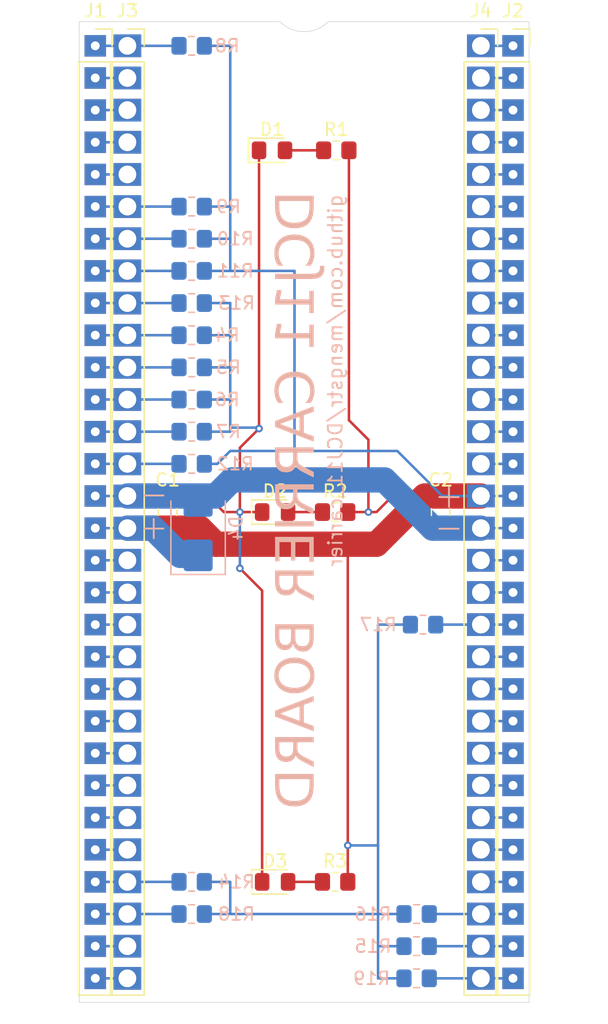
<source format=kicad_pcb>
(kicad_pcb (version 20240108) (generator "pcbnew") (generator_version "8.0")
  (layers (0 "F.Cu" signal) (31 "B.Cu" signal) (34 "B.Paste" user) (35 "F.Paste" user) (36 "B.SilkS" user "B.Silkscreen") (37 "F.SilkS" user "F.Silkscreen") (38 "B.Mask" user) (39 "F.Mask" user) (44 "Edge.Cuts" user))
  (net 0 "")
  (net 1 "Net-(J1-Pin_23)")
  (net 2 "Net-(J1-Pin_25)")
  (net 3 "Net-(J1-Pin_24)")
  (net 4 "Net-(J1-Pin_14)")
  (net 5 "Net-(J1-Pin_29)")
  (net 6 "Net-(J1-Pin_6)")
  (net 7 "Net-(J1-Pin_7)")
  (net 8 "Net-(J1-Pin_11)")
  (net 9 "Net-(J1-Pin_22)")
  (net 10 "Net-(J1-Pin_19)")
  (net 11 "Net-(J1-Pin_21)")
  (net 12 "Net-(J1-Pin_13)")
  (net 13 "Net-(J1-Pin_2)")
  (net 14 "Net-(J1-Pin_20)")
  (net 15 "Net-(J1-Pin_10)")
  (net 16 "Net-(J1-Pin_30)")
  (net 17 "Net-(J1-Pin_26)")
  (net 18 "Net-(J1-Pin_9)")
  (net 19 "Net-(J1-Pin_12)")
  (net 20 "Net-(J1-Pin_28)")
  (net 21 "Net-(J1-Pin_1)")
  (net 22 "Net-(J1-Pin_4)")
  (net 23 "Net-(J1-Pin_17)")
  (net 24 "Net-(J1-Pin_27)")
  (net 25 "Net-(J1-Pin_8)")
  (net 26 "Net-(J1-Pin_5)")
  (net 27 "Net-(J1-Pin_18)")
  (net 28 "Net-(J1-Pin_3)")
  (net 29 "Net-(J2-Pin_5)")
  (net 30 "Net-(J2-Pin_11)")
  (net 31 "Net-(J2-Pin_23)")
  (net 32 "Net-(J2-Pin_26)")
  (net 33 "Net-(J2-Pin_30)")
  (net 34 "Net-(J2-Pin_9)")
  (net 35 "Net-(J2-Pin_22)")
  (net 36 "Net-(J2-Pin_27)")
  (net 37 "Net-(J2-Pin_1)")
  (net 38 "Net-(J2-Pin_14)")
  (net 39 "Net-(J2-Pin_7)")
  (net 40 "Net-(J2-Pin_3)")
  (net 41 "Net-(J2-Pin_21)")
  (net 42 "Net-(J2-Pin_24)")
  (net 43 "Net-(J2-Pin_12)")
  (net 44 "Net-(J2-Pin_6)")
  (net 45 "Net-(J2-Pin_28)")
  (net 46 "Net-(J2-Pin_2)")
  (net 47 "Net-(J2-Pin_13)")
  (net 48 "Net-(J2-Pin_4)")
  (net 49 "Net-(J2-Pin_25)")
  (net 50 "Net-(J2-Pin_29)")
  (net 51 "Net-(J2-Pin_19)")
  (net 52 "Net-(J2-Pin_20)")
  (net 53 "Net-(J2-Pin_18)")
  (net 54 "Net-(J2-Pin_10)")
  (net 55 "Net-(J2-Pin_8)")
  (net 56 "GND")
  (net 57 "Net-(D1-A)")
  (net 58 "Net-(D2-A)")
  (net 59 "Net-(D3-A)")
  (net 60 "VCC")
  (net 61 "Net-(J2-Pin_17)")
  (footprint "Resistor_SMD:R_0805_2012Metric_Pad1.20x1.40mm_HandSolder" (layer "F.Cu") (at 138.34 119.38)
    (property "Reference" "R3" (at 0 -1.65 0) (layer "F.SilkS"))
    (property "Value" "R")
    (pad "1" smd roundrect (at -1 0) (size 1.2 1.4) (layers "F.Cu" "F.Paste" "F.Mask") (roundrect_rratio 0.208333) (net 59 "Net-(D3-A)"))
    (pad "2" smd roundrect (at 1 0) (size 1.2 1.4) (layers "F.Cu" "F.Paste" "F.Mask") (roundrect_rratio 0.208333) (net 60 "VCC"))
  )
  (footprint "LED_SMD:LED_0805_2012Metric_Pad1.15x1.40mm_HandSolder" (layer "F.Cu") (at 133.595 90.17)
    (property "Reference" "D2" (at 0 -1.65 0) (layer "F.SilkS"))
    (property "Value" "LED")
    (pad "1" smd roundrect (at -1.025 0) (size 1.15 1.4) (layers "F.Cu" "F.Paste" "F.Mask") (roundrect_rratio 0.217391) (net 56 "GND"))
    (pad "2" smd roundrect (at 1.025 0) (size 1.15 1.4) (layers "F.Cu" "F.Paste" "F.Mask") (roundrect_rratio 0.217391) (net 58 "Net-(D2-A)"))
  )
  (footprint "Resistor_SMD:R_0805_2012Metric_Pad1.20x1.40mm_HandSolder" (layer "F.Cu") (at 138.34 90.17)
    (property "Reference" "R2" (at 0 -1.65 0) (layer "F.SilkS"))
    (property "Value" "R")
    (pad "1" smd roundrect (at -1 0) (size 1.2 1.4) (layers "F.Cu" "F.Paste" "F.Mask") (roundrect_rratio 0.208333) (net 58 "Net-(D2-A)"))
    (pad "2" smd roundrect (at 1 0) (size 1.2 1.4) (layers "F.Cu" "F.Paste" "F.Mask") (roundrect_rratio 0.208333) (net 60 "VCC"))
  )
  (footprint "Connector_PinSocket_2.54mm:PinSocket_1x30_P2.54mm_Vertical" (layer "F.Cu") (at 119.38 53.34)
    (property "Reference" "J1" (at 0 -2.77 0) (layer "F.SilkS"))
    (property "Value" "Conn_01x30_Socket")
    (pad "1" thru_hole rect (at 0 0) (size 1.7 1.7) (drill 0.7) (layers "*.Cu" "*.Mask") (net 21 "Net-(J1-Pin_1)"))
    (pad "2" thru_hole rect (at 0 2.54) (size 1.7 1.7) (drill 0.7) (layers "*.Cu" "*.Mask") (net 13 "Net-(J1-Pin_2)"))
    (pad "3" thru_hole rect (at 0 5.08) (size 1.7 1.7) (drill 0.7) (layers "*.Cu" "*.Mask") (net 28 "Net-(J1-Pin_3)"))
    (pad "4" thru_hole rect (at 0 7.62) (size 1.7 1.7) (drill 0.7) (layers "*.Cu" "*.Mask") (net 22 "Net-(J1-Pin_4)"))
    (pad "5" thru_hole rect (at 0 10.16) (size 1.7 1.7) (drill 0.7) (layers "*.Cu" "*.Mask") (net 26 "Net-(J1-Pin_5)"))
    (pad "6" thru_hole rect (at 0 12.7) (size 1.7 1.7) (drill 0.7) (layers "*.Cu" "*.Mask") (net 6 "Net-(J1-Pin_6)"))
    (pad "7" thru_hole rect (at 0 15.24) (size 1.7 1.7) (drill 0.7) (layers "*.Cu" "*.Mask") (net 7 "Net-(J1-Pin_7)"))
    (pad "8" thru_hole rect (at 0 17.78) (size 1.7 1.7) (drill 0.7) (layers "*.Cu" "*.Mask") (net 25 "Net-(J1-Pin_8)"))
    (pad "9" thru_hole rect (at 0 20.32) (size 1.7 1.7) (drill 0.7) (layers "*.Cu" "*.Mask") (net 18 "Net-(J1-Pin_9)"))
    (pad "10" thru_hole rect (at 0 22.86) (size 1.7 1.7) (drill 0.7) (layers "*.Cu" "*.Mask") (net 15 "Net-(J1-Pin_10)"))
    (pad "11" thru_hole rect (at 0 25.4) (size 1.7 1.7) (drill 0.7) (layers "*.Cu" "*.Mask") (net 8 "Net-(J1-Pin_11)"))
    (pad "12" thru_hole rect (at 0 27.94) (size 1.7 1.7) (drill 0.7) (layers "*.Cu" "*.Mask") (net 19 "Net-(J1-Pin_12)"))
    (pad "13" thru_hole rect (at 0 30.48) (size 1.7 1.7) (drill 0.7) (layers "*.Cu" "*.Mask") (net 12 "Net-(J1-Pin_13)"))
    (pad "14" thru_hole rect (at 0 33.02) (size 1.7 1.7) (drill 0.7) (layers "*.Cu" "*.Mask") (net 4 "Net-(J1-Pin_14)"))
    (pad "15" thru_hole rect (at 0 35.56) (size 1.7 1.7) (drill 0.7) (layers "*.Cu" "*.Mask") (net 56 "GND"))
    (pad "16" thru_hole rect (at 0 38.1) (size 1.7 1.7) (drill 0.7) (layers "*.Cu" "*.Mask") (net 60 "VCC"))
    (pad "17" thru_hole rect (at 0 40.64) (size 1.7 1.7) (drill 0.7) (layers "*.Cu" "*.Mask") (net 23 "Net-(J1-Pin_17)"))
    (pad "18" thru_hole rect (at 0 43.18) (size 1.7 1.7) (drill 0.7) (layers "*.Cu" "*.Mask") (net 27 "Net-(J1-Pin_18)"))
    (pad "19" thru_hole rect (at 0 45.72) (size 1.7 1.7) (drill 0.7) (layers "*.Cu" "*.Mask") (net 10 "Net-(J1-Pin_19)"))
    (pad "20" thru_hole rect (at 0 48.26) (size 1.7 1.7) (drill 0.7) (layers "*.Cu" "*.Mask") (net 14 "Net-(J1-Pin_20)"))
    (pad "21" thru_hole rect (at 0 50.8) (size 1.7 1.7) (drill 0.7) (layers "*.Cu" "*.Mask") (net 11 "Net-(J1-Pin_21)"))
    (pad "22" thru_hole rect (at 0 53.34) (size 1.7 1.7) (drill 0.7) (layers "*.Cu" "*.Mask") (net 9 "Net-(J1-Pin_22)"))
    (pad "23" thru_hole rect (at 0 55.88) (size 1.7 1.7) (drill 0.7) (layers "*.Cu" "*.Mask") (net 1 "Net-(J1-Pin_23)"))
    (pad "24" thru_hole rect (at 0 58.42) (size 1.7 1.7) (drill 0.7) (layers "*.Cu" "*.Mask") (net 3 "Net-(J1-Pin_24)"))
    (pad "25" thru_hole rect (at 0 60.96) (size 1.7 1.7) (drill 0.7) (layers "*.Cu" "*.Mask") (net 2 "Net-(J1-Pin_25)"))
    (pad "26" thru_hole rect (at 0 63.5) (size 1.7 1.7) (drill 0.7) (layers "*.Cu" "*.Mask") (net 17 "Net-(J1-Pin_26)"))
    (pad "27" thru_hole rect (at 0 66.04) (size 1.7 1.7) (drill 0.7) (layers "*.Cu" "*.Mask") (net 24 "Net-(J1-Pin_27)"))
    (pad "28" thru_hole rect (at 0 68.58) (size 1.7 1.7) (drill 0.7) (layers "*.Cu" "*.Mask") (net 20 "Net-(J1-Pin_28)"))
    (pad "29" thru_hole rect (at 0 71.12) (size 1.7 1.7) (drill 0.7) (layers "*.Cu" "*.Mask") (net 5 "Net-(J1-Pin_29)"))
    (pad "30" thru_hole rect (at 0 73.66) (size 1.7 1.7) (drill 0.7) (layers "*.Cu" "*.Mask") (net 16 "Net-(J1-Pin_30)"))
  )
  (footprint "LED_SMD:LED_0805_2012Metric_Pad1.15x1.40mm_HandSolder" (layer "F.Cu") (at 133.35 61.595)
    (property "Reference" "D1" (at 0 -1.65 0) (layer "F.SilkS"))
    (property "Value" "LED")
    (pad "1" smd roundrect (at -1.025 0) (size 1.15 1.4) (layers "F.Cu" "F.Paste" "F.Mask") (roundrect_rratio 0.217391) (net 56 "GND"))
    (pad "2" smd roundrect (at 1.025 0) (size 1.15 1.4) (layers "F.Cu" "F.Paste" "F.Mask") (roundrect_rratio 0.217391) (net 57 "Net-(D1-A)"))
  )
  (footprint "Capacitor_SMD:C_0805_2012Metric_Pad1.18x1.45mm_HandSolder" (layer "F.Cu") (at 146.685 90.17 -90)
    (property "Reference" "C2" (at -2.54 0 180) (layer "F.SilkS"))
    (property "Value" "C")
    (pad "1" smd roundrect (at -1.0375 0 270) (size 1.175 1.45) (layers "F.Cu" "F.Paste" "F.Mask") (roundrect_rratio 0.212766) (net 60 "VCC"))
    (pad "2" smd roundrect (at 1.0375 0 270) (size 1.175 1.45) (layers "F.Cu" "F.Paste" "F.Mask") (roundrect_rratio 0.212766) (net 56 "GND"))
  )
  (footprint "LED_SMD:LED_0805_2012Metric_Pad1.15x1.40mm_HandSolder" (layer "F.Cu") (at 133.595 119.38)
    (property "Reference" "D3" (at 0 -1.65 0) (layer "F.SilkS"))
    (property "Value" "LED")
    (pad "1" smd roundrect (at -1.025 0) (size 1.15 1.4) (layers "F.Cu" "F.Paste" "F.Mask") (roundrect_rratio 0.217391) (net 56 "GND"))
    (pad "2" smd roundrect (at 1.025 0) (size 1.15 1.4) (layers "F.Cu" "F.Paste" "F.Mask") (roundrect_rratio 0.217391) (net 59 "Net-(D3-A)"))
  )
  (footprint "Connector_PinSocket_2.54mm:PinSocket_1x30_P2.54mm_Vertical" (layer "F.Cu") (at 152.4 53.34)
    (property "Reference" "J2" (at 0 -2.77 0) (layer "F.SilkS"))
    (property "Value" "Conn_01x30_Socket")
    (pad "1" thru_hole rect (at 0 0) (size 1.7 1.7) (drill 0.7) (layers "*.Cu" "*.Mask") (net 37 "Net-(J2-Pin_1)"))
    (pad "2" thru_hole rect (at 0 2.54) (size 1.7 1.7) (drill 0.7) (layers "*.Cu" "*.Mask") (net 46 "Net-(J2-Pin_2)"))
    (pad "3" thru_hole rect (at 0 5.08) (size 1.7 1.7) (drill 0.7) (layers "*.Cu" "*.Mask") (net 40 "Net-(J2-Pin_3)"))
    (pad "4" thru_hole rect (at 0 7.62) (size 1.7 1.7) (drill 0.7) (layers "*.Cu" "*.Mask") (net 48 "Net-(J2-Pin_4)"))
    (pad "5" thru_hole rect (at 0 10.16) (size 1.7 1.7) (drill 0.7) (layers "*.Cu" "*.Mask") (net 29 "Net-(J2-Pin_5)"))
    (pad "6" thru_hole rect (at 0 12.7) (size 1.7 1.7) (drill 0.7) (layers "*.Cu" "*.Mask") (net 44 "Net-(J2-Pin_6)"))
    (pad "7" thru_hole rect (at 0 15.24) (size 1.7 1.7) (drill 0.7) (layers "*.Cu" "*.Mask") (net 39 "Net-(J2-Pin_7)"))
    (pad "8" thru_hole rect (at 0 17.78) (size 1.7 1.7) (drill 0.7) (layers "*.Cu" "*.Mask") (net 55 "Net-(J2-Pin_8)"))
    (pad "9" thru_hole rect (at 0 20.32) (size 1.7 1.7) (drill 0.7) (layers "*.Cu" "*.Mask") (net 34 "Net-(J2-Pin_9)"))
    (pad "10" thru_hole rect (at 0 22.86) (size 1.7 1.7) (drill 0.7) (layers "*.Cu" "*.Mask") (net 54 "Net-(J2-Pin_10)"))
    (pad "11" thru_hole rect (at 0 25.4) (size 1.7 1.7) (drill 0.7) (layers "*.Cu" "*.Mask") (net 30 "Net-(J2-Pin_11)"))
    (pad "12" thru_hole rect (at 0 27.94) (size 1.7 1.7) (drill 0.7) (layers "*.Cu" "*.Mask") (net 43 "Net-(J2-Pin_12)"))
    (pad "13" thru_hole rect (at 0 30.48) (size 1.7 1.7) (drill 0.7) (layers "*.Cu" "*.Mask") (net 47 "Net-(J2-Pin_13)"))
    (pad "14" thru_hole rect (at 0 33.02) (size 1.7 1.7) (drill 0.7) (layers "*.Cu" "*.Mask") (net 38 "Net-(J2-Pin_14)"))
    (pad "15" thru_hole rect (at 0 35.56) (size 1.7 1.7) (drill 0.7) (layers "*.Cu" "*.Mask") (net 60 "VCC"))
    (pad "16" thru_hole rect (at 0 38.1) (size 1.7 1.7) (drill 0.7) (layers "*.Cu" "*.Mask") (net 56 "GND"))
    (pad "17" thru_hole rect (at 0 40.64) (size 1.7 1.7) (drill 0.7) (layers "*.Cu" "*.Mask") (net 61 "Net-(J2-Pin_17)"))
    (pad "18" thru_hole rect (at 0 43.18) (size 1.7 1.7) (drill 0.7) (layers "*.Cu" "*.Mask") (net 53 "Net-(J2-Pin_18)"))
    (pad "19" thru_hole rect (at 0 45.72) (size 1.7 1.7) (drill 0.7) (layers "*.Cu" "*.Mask") (net 51 "Net-(J2-Pin_19)"))
    (pad "20" thru_hole rect (at 0 48.26) (size 1.7 1.7) (drill 0.7) (layers "*.Cu" "*.Mask") (net 52 "Net-(J2-Pin_20)"))
    (pad "21" thru_hole rect (at 0 50.8) (size 1.7 1.7) (drill 0.7) (layers "*.Cu" "*.Mask") (net 41 "Net-(J2-Pin_21)"))
    (pad "22" thru_hole rect (at 0 53.34) (size 1.7 1.7) (drill 0.7) (layers "*.Cu" "*.Mask") (net 35 "Net-(J2-Pin_22)"))
    (pad "23" thru_hole rect (at 0 55.88) (size 1.7 1.7) (drill 0.7) (layers "*.Cu" "*.Mask") (net 31 "Net-(J2-Pin_23)"))
    (pad "24" thru_hole rect (at 0 58.42) (size 1.7 1.7) (drill 0.7) (layers "*.Cu" "*.Mask") (net 42 "Net-(J2-Pin_24)"))
    (pad "25" thru_hole rect (at 0 60.96) (size 1.7 1.7) (drill 0.7) (layers "*.Cu" "*.Mask") (net 49 "Net-(J2-Pin_25)"))
    (pad "26" thru_hole rect (at 0 63.5) (size 1.7 1.7) (drill 0.7) (layers "*.Cu" "*.Mask") (net 32 "Net-(J2-Pin_26)"))
    (pad "27" thru_hole rect (at 0 66.04) (size 1.7 1.7) (drill 0.7) (layers "*.Cu" "*.Mask") (net 36 "Net-(J2-Pin_27)"))
    (pad "28" thru_hole rect (at 0 68.58) (size 1.7 1.7) (drill 0.7) (layers "*.Cu" "*.Mask") (net 45 "Net-(J2-Pin_28)"))
    (pad "29" thru_hole rect (at 0 71.12) (size 1.7 1.7) (drill 0.7) (layers "*.Cu" "*.Mask") (net 50 "Net-(J2-Pin_29)"))
    (pad "30" thru_hole rect (at 0 73.66) (size 1.7 1.7) (drill 0.7) (layers "*.Cu" "*.Mask") (net 33 "Net-(J2-Pin_30)"))
  )
  (footprint "Connector_PinSocket_2.54mm:PinSocket_1x30_P2.54mm_Vertical" (layer "F.Cu") (at 149.86 53.34)
    (property "Reference" "J4" (at 0 -2.77 0) (layer "F.SilkS"))
    (property "Value" "Conn_01x30_Socket" (hide yes))
    (pad "1" thru_hole rect (at 0 0) (size 2.2 1.8) (drill 1.4) (layers "*.Cu" "*.Mask") (net 37 "Net-(J2-Pin_1)"))
    (pad "2" thru_hole rect (at 0 2.54) (size 2.2 1.8) (drill 1.4) (layers "*.Cu" "*.Mask") (net 46 "Net-(J2-Pin_2)"))
    (pad "3" thru_hole rect (at 0 5.08) (size 2.2 1.8) (drill 1.4) (layers "*.Cu" "*.Mask") (net 40 "Net-(J2-Pin_3)"))
    (pad "4" thru_hole rect (at 0 7.62) (size 2.2 1.8) (drill 1.4) (layers "*.Cu" "*.Mask") (net 48 "Net-(J2-Pin_4)"))
    (pad "5" thru_hole rect (at 0 10.16) (size 2.2 1.8) (drill 1.4) (layers "*.Cu" "*.Mask") (net 29 "Net-(J2-Pin_5)"))
    (pad "6" thru_hole rect (at 0 12.7) (size 2.2 1.8) (drill 1.4) (layers "*.Cu" "*.Mask") (net 44 "Net-(J2-Pin_6)"))
    (pad "7" thru_hole rect (at 0 15.24) (size 2.2 1.8) (drill 1.4) (layers "*.Cu" "*.Mask") (net 39 "Net-(J2-Pin_7)"))
    (pad "8" thru_hole rect (at 0 17.78) (size 2.2 1.8) (drill 1.4) (layers "*.Cu" "*.Mask") (net 55 "Net-(J2-Pin_8)"))
    (pad "9" thru_hole rect (at 0 20.32) (size 2.2 1.8) (drill 1.4) (layers "*.Cu" "*.Mask") (net 34 "Net-(J2-Pin_9)"))
    (pad "10" thru_hole rect (at 0 22.86) (size 2.2 1.8) (drill 1.4) (layers "*.Cu" "*.Mask") (net 54 "Net-(J2-Pin_10)"))
    (pad "11" thru_hole rect (at 0 25.4) (size 2.2 1.8) (drill 1.4) (layers "*.Cu" "*.Mask") (net 30 "Net-(J2-Pin_11)"))
    (pad "12" thru_hole rect (at 0 27.94) (size 2.2 1.8) (drill 1.4) (layers "*.Cu" "*.Mask") (net 43 "Net-(J2-Pin_12)"))
    (pad "13" thru_hole rect (at 0 30.48) (size 2.2 1.8) (drill 1.4) (layers "*.Cu" "*.Mask") (net 47 "Net-(J2-Pin_13)"))
    (pad "14" thru_hole rect (at 0 33.02) (size 2.2 1.8) (drill 1.4) (layers "*.Cu" "*.Mask") (net 38 "Net-(J2-Pin_14)"))
    (pad "15" thru_hole rect (at 0 35.56) (size 2.2 1.8) (drill 1.4) (layers "*.Cu" "*.Mask") (net 60 "VCC"))
    (pad "16" thru_hole rect (at 0 38.1) (size 2.2 1.8) (drill 1.4) (layers "*.Cu" "*.Mask") (net 56 "GND"))
    (pad "17" thru_hole rect (at 0 40.64) (size 2.2 1.8) (drill 1.4) (layers "*.Cu" "*.Mask") (net 61 "Net-(J2-Pin_17)"))
    (pad "18" thru_hole rect (at 0 43.18) (size 2.2 1.8) (drill 1.4) (layers "*.Cu" "*.Mask") (net 53 "Net-(J2-Pin_18)"))
    (pad "19" thru_hole rect (at 0 45.72) (size 2.2 1.8) (drill 1.4) (layers "*.Cu" "*.Mask") (net 51 "Net-(J2-Pin_19)"))
    (pad "20" thru_hole rect (at 0 48.26) (size 2.2 1.8) (drill 1.4) (layers "*.Cu" "*.Mask") (net 52 "Net-(J2-Pin_20)"))
    (pad "21" thru_hole rect (at 0 50.8) (size 2.2 1.8) (drill 1.4) (layers "*.Cu" "*.Mask") (net 41 "Net-(J2-Pin_21)"))
    (pad "22" thru_hole rect (at 0 53.34) (size 2.2 1.8) (drill 1.4) (layers "*.Cu" "*.Mask") (net 35 "Net-(J2-Pin_22)"))
    (pad "23" thru_hole rect (at 0 55.88) (size 2.2 1.8) (drill 1.4) (layers "*.Cu" "*.Mask") (net 31 "Net-(J2-Pin_23)"))
    (pad "24" thru_hole rect (at 0 58.42) (size 2.2 1.8) (drill 1.4) (layers "*.Cu" "*.Mask") (net 42 "Net-(J2-Pin_24)"))
    (pad "25" thru_hole rect (at 0 60.96) (size 2.2 1.8) (drill 1.4) (layers "*.Cu" "*.Mask") (net 49 "Net-(J2-Pin_25)"))
    (pad "26" thru_hole rect (at 0 63.5) (size 2.2 1.8) (drill 1.4) (layers "*.Cu" "*.Mask") (net 32 "Net-(J2-Pin_26)"))
    (pad "27" thru_hole rect (at 0 66.04) (size 2.2 1.8) (drill 1.4) (layers "*.Cu" "*.Mask") (net 36 "Net-(J2-Pin_27)"))
    (pad "28" thru_hole rect (at 0 68.58) (size 2.2 1.8) (drill 1.4) (layers "*.Cu" "*.Mask") (net 45 "Net-(J2-Pin_28)"))
    (pad "29" thru_hole rect (at 0 71.12) (size 2.2 1.8) (drill 1.4) (layers "*.Cu" "*.Mask") (net 50 "Net-(J2-Pin_29)"))
    (pad "30" thru_hole rect (at 0 73.66) (size 2.2 1.8) (drill 1.4) (layers "*.Cu" "*.Mask") (net 33 "Net-(J2-Pin_30)"))
  )
  (footprint "Resistor_SMD:R_0805_2012Metric_Pad1.20x1.40mm_HandSolder" (layer "F.Cu") (at 138.43 61.595)
    (property "Reference" "R1" (at 0 -1.65 0) (layer "F.SilkS"))
    (property "Value" "R")
    (pad "1" smd roundrect (at -1 0) (size 1.2 1.4) (layers "F.Cu" "F.Paste" "F.Mask") (roundrect_rratio 0.208333) (net 57 "Net-(D1-A)"))
    (pad "2" smd roundrect (at 1 0) (size 1.2 1.4) (layers "F.Cu" "F.Paste" "F.Mask") (roundrect_rratio 0.208333) (net 60 "VCC"))
  )
  (footprint "Connector_PinSocket_2.54mm:PinSocket_1x30_P2.54mm_Vertical" (layer "F.Cu") (at 121.92 53.34)
    (property "Reference" "J3" (at 0 -2.77 0) (layer "F.SilkS"))
    (property "Value" "Conn_01x30_Socket" (hide yes))
    (pad "1" thru_hole rect (at 0 0) (size 2.2 1.8) (drill 1.4) (layers "*.Cu" "*.Mask") (net 21 "Net-(J1-Pin_1)"))
    (pad "2" thru_hole rect (at 0 2.54) (size 2.2 1.8) (drill 1.4) (layers "*.Cu" "*.Mask") (net 13 "Net-(J1-Pin_2)"))
    (pad "3" thru_hole rect (at 0 5.08) (size 2.2 1.8) (drill 1.4) (layers "*.Cu" "*.Mask") (net 28 "Net-(J1-Pin_3)"))
    (pad "4" thru_hole rect (at 0 7.62) (size 2.2 1.8) (drill 1.4) (layers "*.Cu" "*.Mask") (net 22 "Net-(J1-Pin_4)"))
    (pad "5" thru_hole rect (at 0 10.16) (size 2.2 1.8) (drill 1.4) (layers "*.Cu" "*.Mask") (net 26 "Net-(J1-Pin_5)"))
    (pad "6" thru_hole rect (at 0 12.7) (size 2.2 1.8) (drill 1.4) (layers "*.Cu" "*.Mask") (net 6 "Net-(J1-Pin_6)"))
    (pad "7" thru_hole rect (at 0 15.24) (size 2.2 1.8) (drill 1.4) (layers "*.Cu" "*.Mask") (net 7 "Net-(J1-Pin_7)"))
    (pad "8" thru_hole rect (at 0 17.78) (size 2.2 1.8) (drill 1.4) (layers "*.Cu" "*.Mask") (net 25 "Net-(J1-Pin_8)"))
    (pad "9" thru_hole rect (at 0 20.32) (size 2.2 1.8) (drill 1.4) (layers "*.Cu" "*.Mask") (net 18 "Net-(J1-Pin_9)"))
    (pad "10" thru_hole rect (at 0 22.86) (size 2.2 1.8) (drill 1.4) (layers "*.Cu" "*.Mask") (net 15 "Net-(J1-Pin_10)"))
    (pad "11" thru_hole rect (at 0 25.4) (size 2.2 1.8) (drill 1.4) (layers "*.Cu" "*.Mask") (net 8 "Net-(J1-Pin_11)"))
    (pad "12" thru_hole rect (at 0 27.94) (size 2.2 1.8) (drill 1.4) (layers "*.Cu" "*.Mask") (net 19 "Net-(J1-Pin_12)"))
    (pad "13" thru_hole rect (at 0 30.48) (size 2.2 1.8) (drill 1.4) (layers "*.Cu" "*.Mask") (net 12 "Net-(J1-Pin_13)"))
    (pad "14" thru_hole rect (at 0 33.02) (size 2.2 1.8) (drill 1.4) (layers "*.Cu" "*.Mask") (net 4 "Net-(J1-Pin_14)"))
    (pad "15" thru_hole rect (at 0 35.56) (size 2.2 1.8) (drill 1.4) (layers "*.Cu" "*.Mask") (net 56 "GND"))
    (pad "16" thru_hole rect (at 0 38.1) (size 2.2 1.8) (drill 1.4) (layers "*.Cu" "*.Mask") (net 60 "VCC"))
    (pad "17" thru_hole rect (at 0 40.64) (size 2.2 1.8) (drill 1.4) (layers "*.Cu" "*.Mask") (net 23 "Net-(J1-Pin_17)"))
    (pad "18" thru_hole rect (at 0 43.18) (size 2.2 1.8) (drill 1.4) (layers "*.Cu" "*.Mask") (net 27 "Net-(J1-Pin_18)"))
    (pad "19" thru_hole rect (at 0 45.72) (size 2.2 1.8) (drill 1.4) (layers "*.Cu" "*.Mask") (net 10 "Net-(J1-Pin_19)"))
    (pad "20" thru_hole rect (at 0 48.26) (size 2.2 1.8) (drill 1.4) (layers "*.Cu" "*.Mask") (net 14 "Net-(J1-Pin_20)"))
    (pad "21" thru_hole rect (at 0 50.8) (size 2.2 1.8) (drill 1.4) (layers "*.Cu" "*.Mask") (net 11 "Net-(J1-Pin_21)"))
    (pad "22" thru_hole rect (at 0 53.34) (size 2.2 1.8) (drill 1.4) (layers "*.Cu" "*.Mask") (net 9 "Net-(J1-Pin_22)"))
    (pad "23" thru_hole rect (at 0 55.88) (size 2.2 1.8) (drill 1.4) (layers "*.Cu" "*.Mask") (net 1 "Net-(J1-Pin_23)"))
    (pad "24" thru_hole rect (at 0 58.42) (size 2.2 1.8) (drill 1.4) (layers "*.Cu" "*.Mask") (net 3 "Net-(J1-Pin_24)"))
    (pad "25" thru_hole rect (at 0 60.96) (size 2.2 1.8) (drill 1.4) (layers "*.Cu" "*.Mask") (net 2 "Net-(J1-Pin_25)"))
    (pad "26" thru_hole rect (at 0 63.5) (size 2.2 1.8) (drill 1.4) (layers "*.Cu" "*.Mask") (net 17 "Net-(J1-Pin_26)"))
    (pad "27" thru_hole rect (at 0 66.04) (size 2.2 1.8) (drill 1.4) (layers "*.Cu" "*.Mask") (net 24 "Net-(J1-Pin_27)"))
    (pad "28" thru_hole rect (at 0 68.58) (size 2.2 1.8) (drill 1.4) (layers "*.Cu" "*.Mask") (net 20 "Net-(J1-Pin_28)"))
    (pad "29" thru_hole rect (at 0 71.12) (size 2.2 1.8) (drill 1.4) (layers "*.Cu" "*.Mask") (net 5 "Net-(J1-Pin_29)"))
    (pad "30" thru_hole rect (at 0 73.66) (size 2.2 1.8) (drill 1.4) (layers "*.Cu" "*.Mask") (net 16 "Net-(J1-Pin_30)"))
  )
  (footprint "Capacitor_SMD:C_0805_2012Metric_Pad1.18x1.45mm_HandSolder" (layer "F.Cu") (at 125.095 90.17 90)
    (property "Reference" "C1" (at 2.54 0 180) (layer "F.SilkS"))
    (property "Value" "C")
    (pad "1" smd roundrect (at -1.0375 0 90) (size 1.175 1.45) (layers "F.Cu" "F.Paste" "F.Mask") (roundrect_rratio 0.212766) (net 60 "VCC"))
    (pad "2" smd roundrect (at 1.0375 0 90) (size 1.175 1.45) (layers "F.Cu" "F.Paste" "F.Mask") (roundrect_rratio 0.212766) (net 56 "GND"))
  )
  (footprint "Diode_SMD:D_SMB" (layer "B.Cu") (at 127.508 91.44 90)
    (property "Reference" "D4" (at 0 3 90) (layer "B.SilkS") (effects (justify mirror)))
    (property "Value" "B220")
    (pad "1" smd roundrect (at -2.15 0 90) (size 2.5 2.3) (layers "B.Cu" "B.Paste" "B.Mask") (roundrect_rratio 0.1086956522) (net 60 "VCC"))
    (pad "2" smd roundrect (at 2.15 0 90) (size 2.5 2.3) (layers "B.Cu" "B.Paste" "B.Mask") (roundrect_rratio 0.1086956522) (net 56 "GND"))
  )
  (footprint "Resistor_SMD:R_0805_2012Metric_Pad1.20x1.40mm_HandSolder" (layer "B.Cu") (at 127 78.74)
    (property "Reference" "R5" (at 2.905 0 0) (layer "B.SilkS") (effects (justify mirror)))
    (property "Value" "R")
    (pad "1" smd roundrect (at -1 0) (size 1.2 1.4) (layers "B.Cu" "B.Paste" "B.Mask") (roundrect_rratio 0.208333) (net 8 "Net-(J1-Pin_11)"))
    (pad "2" smd roundrect (at 1 0) (size 1.2 1.4) (layers "B.Cu" "B.Paste" "B.Mask") (roundrect_rratio 0.208333) (net 56 "GND"))
  )
  (footprint "Resistor_SMD:R_0805_2012Metric_Pad1.20x1.40mm_HandSolder" (layer "B.Cu") (at 127 68.58)
    (property "Reference" "R10" (at 3.445 0 0) (layer "B.SilkS") (effects (justify mirror)))
    (property "Value" "R")
    (pad "1" smd roundrect (at -1 0) (size 1.2 1.4) (layers "B.Cu" "B.Paste" "B.Mask") (roundrect_rratio 0.208333) (net 7 "Net-(J1-Pin_7)"))
    (pad "2" smd roundrect (at 1 0) (size 1.2 1.4) (layers "B.Cu" "B.Paste" "B.Mask") (roundrect_rratio 0.208333) (net 60 "VCC"))
  )
  (footprint "Resistor_SMD:R_0805_2012Metric_Pad1.20x1.40mm_HandSolder" (layer "B.Cu") (at 127 71.12)
    (property "Reference" "R11" (at 3.445 0 0) (layer "B.SilkS") (effects (justify mirror)))
    (property "Value" "R")
    (pad "1" smd roundrect (at -1 0) (size 1.2 1.4) (layers "B.Cu" "B.Paste" "B.Mask") (roundrect_rratio 0.208333) (net 25 "Net-(J1-Pin_8)"))
    (pad "2" smd roundrect (at 1 0) (size 1.2 1.4) (layers "B.Cu" "B.Paste" "B.Mask") (roundrect_rratio 0.208333) (net 60 "VCC"))
  )
  (footprint "Resistor_SMD:R_0805_2012Metric_Pad1.20x1.40mm_HandSolder" (layer "B.Cu") (at 127 86.36)
    (property "Reference" "R12" (at 3.445 0 0) (layer "B.SilkS") (effects (justify mirror)))
    (property "Value" "R")
    (pad "1" smd roundrect (at -1 0) (size 1.2 1.4) (layers "B.Cu" "B.Paste" "B.Mask") (roundrect_rratio 0.208333) (net 4 "Net-(J1-Pin_14)"))
    (pad "2" smd roundrect (at 1 0) (size 1.2 1.4) (layers "B.Cu" "B.Paste" "B.Mask") (roundrect_rratio 0.208333) (net 60 "VCC"))
  )
  (footprint "Resistor_SMD:R_0805_2012Metric_Pad1.20x1.40mm_HandSolder" (layer "B.Cu") (at 144.78 124.46 180)
    (property "Reference" "R15" (at 3.445 0 0) (layer "B.SilkS") (effects (justify mirror)))
    (property "Value" "R")
    (pad "1" smd roundrect (at -1 0 180) (size 1.2 1.4) (layers "B.Cu" "B.Paste" "B.Mask") (roundrect_rratio 0.208333) (net 50 "Net-(J2-Pin_29)"))
    (pad "2" smd roundrect (at 1 0 180) (size 1.2 1.4) (layers "B.Cu" "B.Paste" "B.Mask") (roundrect_rratio 0.208333) (net 60 "VCC"))
  )
  (footprint "Resistor_SMD:R_0805_2012Metric_Pad1.20x1.40mm_HandSolder" (layer "B.Cu") (at 127 53.34)
    (property "Reference" "R8" (at 2.81 0 0) (layer "B.SilkS") (effects (justify mirror)))
    (property "Value" "R")
    (pad "1" smd roundrect (at -1 0) (size 1.2 1.4) (layers "B.Cu" "B.Paste" "B.Mask") (roundrect_rratio 0.208333) (net 21 "Net-(J1-Pin_1)"))
    (pad "2" smd roundrect (at 1 0) (size 1.2 1.4) (layers "B.Cu" "B.Paste" "B.Mask") (roundrect_rratio 0.208333) (net 60 "VCC"))
  )
  (footprint "Resistor_SMD:R_0805_2012Metric_Pad1.20x1.40mm_HandSolder" (layer "B.Cu") (at 127 119.38)
    (property "Reference" "R14" (at 3.54 0 0) (layer "B.SilkS") (effects (justify mirror)))
    (property "Value" "R")
    (pad "1" smd roundrect (at -1 0) (size 1.2 1.4) (layers "B.Cu" "B.Paste" "B.Mask") (roundrect_rratio 0.208333) (net 24 "Net-(J1-Pin_27)"))
    (pad "2" smd roundrect (at 1 0) (size 1.2 1.4) (layers "B.Cu" "B.Paste" "B.Mask") (roundrect_rratio 0.208333) (net 60 "VCC"))
  )
  (footprint "Resistor_SMD:R_0805_2012Metric_Pad1.20x1.40mm_HandSolder" (layer "B.Cu") (at 145.288 99.06 180)
    (property "Reference" "R17" (at 3.54 0 0) (layer "B.SilkS") (effects (justify mirror)))
    (property "Value" "R")
    (pad "1" smd roundrect (at -1 0 180) (size 1.2 1.4) (layers "B.Cu" "B.Paste" "B.Mask") (roundrect_rratio 0.208333) (net 51 "Net-(J2-Pin_19)"))
    (pad "2" smd roundrect (at 1 0 180) (size 1.2 1.4) (layers "B.Cu" "B.Paste" "B.Mask") (roundrect_rratio 0.208333) (net 60 "VCC"))
  )
  (footprint "Resistor_SMD:R_0805_2012Metric_Pad1.20x1.40mm_HandSolder" (layer "B.Cu") (at 127 73.66)
    (property "Reference" "R13" (at 3.54 0 0) (layer "B.SilkS") (effects (justify mirror)))
    (property "Value" "R")
    (pad "1" smd roundrect (at -1 0) (size 1.2 1.4) (layers "B.Cu" "B.Paste" "B.Mask") (roundrect_rratio 0.208333) (net 18 "Net-(J1-Pin_9)"))
    (pad "2" smd roundrect (at 1 0) (size 1.2 1.4) (layers "B.Cu" "B.Paste" "B.Mask") (roundrect_rratio 0.208333) (net 56 "GND"))
  )
  (footprint "Resistor_SMD:R_0805_2012Metric_Pad1.20x1.40mm_HandSolder" (layer "B.Cu") (at 127 81.28)
    (property "Reference" "R6" (at 2.81 0 0) (layer "B.SilkS") (effects (justify mirror)))
    (property "Value" "R")
    (pad "1" smd roundrect (at -1 0) (size 1.2 1.4) (layers "B.Cu" "B.Paste" "B.Mask") (roundrect_rratio 0.208333) (net 19 "Net-(J1-Pin_12)"))
    (pad "2" smd roundrect (at 1 0) (size 1.2 1.4) (layers "B.Cu" "B.Paste" "B.Mask") (roundrect_rratio 0.208333) (net 56 "GND"))
  )
  (footprint "Resistor_SMD:R_0805_2012Metric_Pad1.20x1.40mm_HandSolder" (layer "B.Cu") (at 144.78 127 180)
    (property "Reference" "R19" (at 3.556 0 0) (layer "B.SilkS") (effects (justify mirror)))
    (property "Value" "R")
    (pad "1" smd roundrect (at -1 0 180) (size 1.2 1.4) (layers "B.Cu" "B.Paste" "B.Mask") (roundrect_rratio 0.208333) (net 33 "Net-(J2-Pin_30)"))
    (pad "2" smd roundrect (at 1 0 180) (size 1.2 1.4) (layers "B.Cu" "B.Paste" "B.Mask") (roundrect_rratio 0.208333) (net 60 "VCC"))
  )
  (footprint "Resistor_SMD:R_0805_2012Metric_Pad1.20x1.40mm_HandSolder" (layer "B.Cu") (at 144.78 121.92 180)
    (property "Reference" "R16" (at 3.445 0 0) (layer "B.SilkS") (effects (justify mirror)))
    (property "Value" "R")
    (pad "1" smd roundrect (at -1 0 180) (size 1.2 1.4) (layers "B.Cu" "B.Paste" "B.Mask") (roundrect_rratio 0.208333) (net 45 "Net-(J2-Pin_28)"))
    (pad "2" smd roundrect (at 1 0 180) (size 1.2 1.4) (layers "B.Cu" "B.Paste" "B.Mask") (roundrect_rratio 0.208333) (net 60 "VCC"))
  )
  (footprint "Resistor_SMD:R_0805_2012Metric_Pad1.20x1.40mm_HandSolder" (layer "B.Cu") (at 127 121.92)
    (property "Reference" "R18" (at 3.54 0 0) (layer "B.SilkS") (effects (justify mirror)))
    (property "Value" "R")
    (pad "1" smd roundrect (at -1 0) (size 1.2 1.4) (layers "B.Cu" "B.Paste" "B.Mask") (roundrect_rratio 0.208333) (net 20 "Net-(J1-Pin_28)"))
    (pad "2" smd roundrect (at 1 0) (size 1.2 1.4) (layers "B.Cu" "B.Paste" "B.Mask") (roundrect_rratio 0.208333) (net 60 "VCC"))
  )
  (footprint "Resistor_SMD:R_0805_2012Metric_Pad1.20x1.40mm_HandSolder" (layer "B.Cu") (at 127 76.2)
    (property "Reference" "R4" (at 2.81 0 0) (layer "B.SilkS") (effects (justify mirror)))
    (property "Value" "R")
    (pad "1" smd roundrect (at -1 0) (size 1.2 1.4) (layers "B.Cu" "B.Paste" "B.Mask") (roundrect_rratio 0.208333) (net 15 "Net-(J1-Pin_10)"))
    (pad "2" smd roundrect (at 1 0) (size 1.2 1.4) (layers "B.Cu" "B.Paste" "B.Mask") (roundrect_rratio 0.208333) (net 56 "GND"))
  )
  (footprint "Resistor_SMD:R_0805_2012Metric_Pad1.20x1.40mm_HandSolder" (layer "B.Cu") (at 127 66.04)
    (property "Reference" "R9" (at 2.905 0 0) (layer "B.SilkS") (effects (justify mirror)))
    (property "Value" "R")
    (pad "1" smd roundrect (at -1 0) (size 1.2 1.4) (layers "B.Cu" "B.Paste" "B.Mask") (roundrect_rratio 0.208333) (net 6 "Net-(J1-Pin_6)"))
    (pad "2" smd roundrect (at 1 0) (size 1.2 1.4) (layers "B.Cu" "B.Paste" "B.Mask") (roundrect_rratio 0.208333) (net 60 "VCC"))
  )
  (footprint "Resistor_SMD:R_0805_2012Metric_Pad1.20x1.40mm_HandSolder" (layer "B.Cu") (at 127 83.82)
    (property "Reference" "R7" (at 2.905 0 0) (layer "B.SilkS") (effects (justify mirror)))
    (property "Value" "R")
    (pad "1" smd roundrect (at -1 0) (size 1.2 1.4) (layers "B.Cu" "B.Paste" "B.Mask") (roundrect_rratio 0.208333) (net 12 "Net-(J1-Pin_13)"))
    (pad "2" smd roundrect (at 1 0) (size 1.2 1.4) (layers "B.Cu" "B.Paste" "B.Mask") (roundrect_rratio 0.208333) (net 56 "GND"))
  )
  (gr_arc (start 137.794999 51.434999) (mid 135.89 52.224075) (end 133.985001 51.434999) (stroke (width 0.05)) (layer "Edge.Cuts"))
  (gr_line (start 153.67 128.905) (end 153.67 51.435) (stroke (width 0.05)) (layer "Edge.Cuts"))
  (gr_line (start 153.67 51.435) (end 137.795 51.435) (stroke (width 0.05)) (layer "Edge.Cuts"))
  (gr_line (start 153.67 128.905) (end 147.955 128.905) (stroke (width 0.05)) (layer "Edge.Cuts"))
  (gr_line (start 118.11 128.905) (end 147.955 128.905) (stroke (width 0.05)) (layer "Edge.Cuts"))
  (gr_line (start 118.11 51.435) (end 118.11 128.905) (stroke (width 0.05)) (layer "Edge.Cuts"))
  (gr_line (start 118.11 51.435) (end 133.985001 51.434999) (stroke (width 0.05)) (layer "Edge.Cuts"))
  (gr_text "-" (at 146 92.5 0) (layer "B.SilkS") (effects (font (size 2 2)) (justify left bottom)))
  (gr_text "github.com/mengstr/DCJ11_carrier" (at 139 65 90) (layer "B.SilkS") (effects (font (size 1.1 1.1)) (justify left bottom mirror)))
  (gr_text "+" (at 122.664824 92.486317 0) (layer "B.SilkS") (effects (font (size 2 2)) (justify left bottom)))
  (gr_text "-" (at 122.664824 89.873187 0) (layer "B.SilkS") (effects (font (size 2 2)) (justify left bottom)))
  (gr_text "+" (at 146 90 0) (layer "B.SilkS") (effects (font (size 2 2)) (justify left bottom)))
  (gr_text "DCJ11 CARRIER BOARD" (at 137.16 64.77 90) (layer "B.SilkS") (effects (font (size 3 3) (thickness 0.375)) (justify left bottom mirror)))
  (segment (start 121.92 109.22) (end 119.38 109.22) (width 0.2) (layer "B.Cu") (net 1))
  (segment (start 121.92 114.3) (end 119.38 114.3) (width 0.2) (layer "B.Cu") (net 2))
  (segment (start 119.38 111.76) (end 121.92 111.76) (width 0.2) (layer "B.Cu") (net 3))
  (segment (start 121.92 86.36) (end 126 86.36) (width 0.2) (layer "B.Cu") (net 4))
  (segment (start 121.92 86.36) (end 119.38 86.36) (width 0.2) (layer "B.Cu") (net 4))
  (segment (start 121.92 124.46) (end 119.38 124.46) (width 0.2) (layer "B.Cu") (net 5))
  (segment (start 121.92 66.04) (end 126 66.04) (width 0.2) (layer "B.Cu") (net 6))
  (segment (start 119.38 66.04) (end 121.92 66.04) (width 0.2) (layer "B.Cu") (net 6))
  (segment (start 121.92 68.58) (end 126 68.58) (width 0.2) (layer "B.Cu") (net 7))
  (segment (start 121.92 68.58) (end 119.38 68.58) (width 0.2) (layer "B.Cu") (net 7))
  (segment (start 121.92 78.74) (end 126 78.74) (width 0.2) (layer "B.Cu") (net 8))
  (segment (start 121.92 78.74) (end 119.38 78.74) (width 0.2) (layer "B.Cu") (net 8))
  (segment (start 119.38 106.68) (end 121.92 106.68) (width 0.2) (layer "B.Cu") (net 9))
  (segment (start 121.92 99.06) (end 119.38 99.06) (width 0.2) (layer "B.Cu") (net 10))
  (segment (start 121.92 104.14) (end 119.38 104.14) (width 0.2) (layer "B.Cu") (net 11))
  (segment (start 121.92 83.82) (end 126 83.82) (width 0.2) (layer "B.Cu") (net 12))
  (segment (start 119.38 83.82) (end 121.92 83.82) (width 0.2) (layer "B.Cu") (net 12))
  (segment (start 119.38 55.88) (end 121.92 55.88) (width 0.2) (layer "B.Cu") (net 13))
  (segment (start 119.38 101.6) (end 121.92 101.6) (width 0.2) (layer "B.Cu") (net 14))
  (segment (start 119.38 76.2) (end 121.92 76.2) (width 0.2) (layer "B.Cu") (net 15))
  (segment (start 121.92 76.2) (end 126 76.2) (width 0.2) (layer "B.Cu") (net 15))
  (segment (start 119.38 127) (end 121.92 127) (width 0.2) (layer "B.Cu") (net 16))
  (segment (start 119.38 116.84) (end 121.92 116.84) (width 0.2) (layer "B.Cu") (net 17))
  (segment (start 121.92 73.66) (end 119.38 73.66) (width 0.2) (layer "B.Cu") (net 18))
  (segment (start 121.92 73.66) (end 126 73.66) (width 0.2) (layer "B.Cu") (net 18))
  (segment (start 119.38 81.28) (end 121.92 81.28) (width 0.2) (layer "B.Cu") (net 19))
  (segment (start 121.92 81.28) (end 126 81.28) (width 0.2) (layer "B.Cu") (net 19))
  (segment (start 119.38 121.92) (end 121.92 121.92) (width 0.2) (layer "B.Cu") (net 20))
  (segment (start 121.92 121.92) (end 126 121.92) (width 0.2) (layer "B.Cu") (net 20))
  (segment (start 119.38 53.34) (end 121.92 53.34) (width 0.2) (layer "B.Cu") (net 21))
  (segment (start 121.92 53.34) (end 126 53.34) (width 0.2) (layer "B.Cu") (net 21))
  (segment (start 119.38 60.96) (end 121.92 60.96) (width 0.2) (layer "B.Cu") (net 22))
  (segment (start 119.38 93.98) (end 121.92 93.98) (width 0.2) (layer "B.Cu") (net 23))
  (segment (start 121.92 119.38) (end 126 119.38) (width 0.2) (layer "B.Cu") (net 24))
  (segment (start 121.92 119.38) (end 119.38 119.38) (width 0.2) (layer "B.Cu") (net 24))
  (segment (start 121.92 71.12) (end 126 71.12) (width 0.2) (layer "B.Cu") (net 25))
  (segment (start 119.38 71.12) (end 121.92 71.12) (width 0.2) (layer "B.Cu") (net 25))
  (segment (start 119.38 63.5) (end 121.92 63.5) (width 0.2) (layer "B.Cu") (net 26))
  (segment (start 121.92 96.52) (end 119.38 96.52) (width 0.2) (layer "B.Cu") (net 27))
  (segment (start 119.38 58.42) (end 121.92 58.42) (width 0.2) (layer "B.Cu") (net 28))
  (segment (start 149.86 63.5) (end 152.4 63.5) (width 0.2) (layer "B.Cu") (net 29))
  (segment (start 152.4 78.74) (end 149.86 78.74) (width 0.2) (layer "B.Cu") (net 30))
  (segment (start 149.86 109.22) (end 152.4 109.22) (width 0.2) (layer "B.Cu") (net 31))
  (segment (start 149.86 116.84) (end 152.4 116.84) (width 0.2) (layer "B.Cu") (net 32))
  (segment (start 145.78 127) (end 149.86 127) (width 0.2) (layer "B.Cu") (net 33))
  (segment (start 149.86 127) (end 152.4 127) (width 0.2) (layer "B.Cu") (net 33))
  (segment (start 152.4 73.66) (end 149.86 73.66) (width 0.2) (layer "B.Cu") (net 34))
  (segment (start 152.4 106.68) (end 149.86 106.68) (width 0.2) (layer "B.Cu") (net 35))
  (segment (start 152.4 119.38) (end 149.86 119.38) (width 0.2) (layer "B.Cu") (net 36))
  (segment (start 149.86 53.34) (end 152.4 53.34) (width 0.2) (layer "B.Cu") (net 37))
  (segment (start 152.4 86.36) (end 149.86 86.36) (width 0.2) (layer "B.Cu") (net 38))
  (segment (start 149.86 68.58) (end 152.4 68.58) (width 0.2) (layer "B.Cu") (net 39))
  (segment (start 149.86 58.42) (end 152.4 58.42) (width 0.2) (layer "B.Cu") (net 40))
  (segment (start 149.86 104.14) (end 152.4 104.14) (width 0.2) (layer "B.Cu") (net 41))
  (segment (start 152.4 111.76) (end 149.86 111.76) (width 0.2) (layer "B.Cu") (net 42))
  (segment (start 149.86 81.28) (end 152.4 81.28) (width 0.2) (layer "B.Cu") (net 43))
  (segment (start 152.4 66.04) (end 149.86 66.04) (width 0.2) (layer "B.Cu") (net 44))
  (segment (start 149.86 121.92) (end 145.78 121.92) (width 0.2) (layer "B.Cu") (net 45))
  (segment (start 149.86 121.92) (end 152.4 121.92) (width 0.2) (layer "B.Cu") (net 45))
  (segment (start 152.4 55.88) (end 149.86 55.88) (width 0.2) (layer "B.Cu") (net 46))
  (segment (start 149.86 83.82) (end 152.4 83.82) (width 0.2) (layer "B.Cu") (net 47))
  (segment (start 152.4 60.96) (end 149.86 60.96) (width 0.2) (layer "B.Cu") (net 48))
  (segment (start 149.86 114.3) (end 152.4 114.3) (width 0.2) (layer "B.Cu") (net 49))
  (segment (start 152.4 124.46) (end 149.86 124.46) (width 0.2) (layer "B.Cu") (net 50))
  (segment (start 149.86 124.46) (end 145.78 124.46) (width 0.2) (layer "B.Cu") (net 50))
  (segment (start 149.86 99.06) (end 146.288 99.06) (width 0.2) (layer "B.Cu") (net 51))
  (segment (start 149.86 99.06) (end 152.4 99.06) (width 0.2) (layer "B.Cu") (net 51))
  (segment (start 152.4 101.6) (end 149.86 101.6) (width 0.2) (layer "B.Cu") (net 52))
  (segment (start 152.4 96.52) (end 149.86 96.52) (width 0.2) (layer "B.Cu") (net 53))
  (segment (start 149.86 76.2) (end 152.4 76.2) (width 0.2) (layer "B.Cu") (net 54))
  (segment (start 149.86 71.12) (end 152.4 71.12) (width 0.2) (layer "B.Cu") (net 55))
  (segment (start 130.81 85.09) (end 130.81 90.17) (width 0.2) (layer "F.Cu") (net 56))
  (segment (start 129.54 90.17) (end 128.5025 89.1325) (width 0.2) (layer "F.Cu") (net 56))
  (segment (start 132.57 119.38) (end 132.57 96.375) (width 0.2) (layer "F.Cu") (net 56))
  (segment (start 146.685 91.2075) (end 149.6275 91.2075) (width 0.5) (layer "F.Cu") (net 56))
  (segment (start 125.095 89.1325) (end 122.1525 89.1325) (width 0.5) (layer "F.Cu") (net 56))
  (segment (start 122.1525 89.1325) (end 121.92 88.9) (width 0.2) (layer "F.Cu") (net 56))
  (segment (start 128.5025 89.1325) (end 125.095 89.1325) (width 0.2) (layer "F.Cu") (net 56))
  (segment (start 149.6275 91.2075) (end 149.86 91.44) (width 0.2) (layer "F.Cu") (net 56))
  (segment (start 132.57 96.375) (end 130.81 94.615) (width 0.2) (layer "F.Cu") (net 56))
  (segment (start 132.325 83.575) (end 130.81 85.09) (width 0.2) (layer "F.Cu") (net 56))
  (segment (start 132.57 90.17) (end 130.81 90.17) (width 0.2) (layer "F.Cu") (net 56))
  (segment (start 132.325 61.595) (end 132.325 83.575) (width 0.2) (layer "F.Cu") (net 56))
  (segment (start 130.81 90.17) (end 129.54 90.17) (width 0.2) (layer "F.Cu") (net 56))
  (via (at 130.81 90.17) (size 0.6) (drill 0.3) (layers "F.Cu" "B.Cu") (net 56))
  (via (at 130.81 94.615) (size 0.6) (drill 0.3) (layers "F.Cu" "B.Cu") (net 56))
  (via (at 132.325 83.575) (size 0.6) (drill 0.3) (layers "F.Cu" "B.Cu") (net 56))
  (segment (start 130.048 73.66) (end 128 73.66) (width 0.2) (layer "B.Cu") (net 56))
  (segment (start 128 81.28) (end 130.048 81.28) (width 0.2) (layer "B.Cu") (net 56))
  (segment (start 132.25 83.5) (end 132.325 83.575) (width 0.2) (layer "B.Cu") (net 56))
  (segment (start 128 76.2) (end 130.048 76.2) (width 0.2) (layer "B.Cu") (net 56))
  (segment (start 119.38 88.9) (end 121.92 88.9) (width 0.2) (layer "B.Cu") (net 56))
  (segment (start 130.048 83.5) (end 130.048 81.28) (width 0.2) (layer "B.Cu") (net 56))
  (segment (start 130.048 81.28) (end 130.048 78.74) (width 0.2) (layer "B.Cu") (net 56))
  (segment (start 128.905 88.9) (end 130.175 87.63) (width 2) (layer "B.Cu") (net 56))
  (segment (start 130.048 83.82) (end 130.048 83.5) (width 0.2) (layer "B.Cu") (net 56))
  (segment (start 130.81 94.615) (end 130.81 90.17) (width 0.2) (layer "B.Cu") (net 56))
  (segment (start 130.048 76.2) (end 130.048 73.66) (width 0.2) (layer "B.Cu") (net 56))
  (segment (start 128 83.82) (end 130.048 83.82) (width 0.2) (layer "B.Cu") (net 56))
  (segment (start 130.048 78.74) (end 130.048 76.2) (width 0.2) (layer "B.Cu") (net 56))
  (segment (start 128 78.74) (end 130.048 78.74) (width 0.2) (layer "B.Cu") (net 56))
  (segment (start 152.4 91.44) (end 149.86 91.44) (width 0.2) (layer "B.Cu") (net 56))
  (segment (start 130.048 83.5) (end 132.25 83.5) (width 0.2) (layer "B.Cu") (net 56))
  (segment (start 146.05 91.44) (end 149.86 91.44) (width 2) (layer "B.Cu") (net 56))
  (segment (start 142.24 87.63) (end 146.05 91.44) (width 2) (layer "B.Cu") (net 56))
  (segment (start 130.175 87.63) (end 142.24 87.63) (width 2) (layer "B.Cu") (net 56))
  (segment (start 121.92 88.9) (end 128.905 88.9) (width 2) (layer "B.Cu") (net 56))
  (segment (start 134.375 61.595) (end 137.43 61.595) (width 0.2) (layer "F.Cu") (net 57))
  (segment (start 134.62 90.17) (end 137.34 90.17) (width 0.2) (layer "F.Cu") (net 58))
  (segment (start 134.62 119.38) (end 137.34 119.38) (width 0.2) (layer "F.Cu") (net 59))
  (segment (start 139.43 82.915) (end 140.97 84.455) (width 0.2) (layer "F.Cu") (net 60))
  (segment (start 139.34 92.985) (end 139.065 92.71) (width 0.2) (layer "F.Cu") (net 60))
  (segment (start 146.685 88.9) (end 149.86 88.9) (width 2) (layer "F.Cu") (net 60))
  (segment (start 140.97 84.455) (end 140.97 90.17) (width 0.2) (layer "F.Cu") (net 60))
  (segment (start 142.875 88.9) (end 146.685 88.9) (width 0.2) (layer "F.Cu") (net 60))
  (segment (start 141.605 92.71) (end 145.415 88.9) (width 2) (layer "F.Cu") (net 60))
  (segment (start 127.635 91.44) (end 128.905 92.71) (width 2) (layer "F.Cu") (net 60))
  (segment (start 139.34 90.17) (end 140.97 90.17) (width 0.2) (layer "F.Cu") (net 60))
  (segment (start 139.065 92.71) (end 141.605 92.71) (width 2) (layer "F.Cu") (net 60))
  (segment (start 139.34 116.5) (end 139.34 92.985) (width 0.2) (layer "F.Cu") (net 60))
  (segment (start 145.415 88.9) (end 146.685 88.9) (width 2) (layer "F.Cu") (net 60))
  (segment (start 128.905 92.71) (end 139.065 92.71) (width 2) (layer "F.Cu") (net 60))
  (segment (start 121.92 91.44) (end 127.635 91.44) (width 2) (layer "F.Cu") (net 60))
  (segment (start 139.43 61.595) (end 139.43 82.915) (width 0.2) (layer "F.Cu") (net 60))
  (segment (start 139.34 119.38) (end 139.34 116.5) (width 0.2) (layer "F.Cu") (net 60))
  (segment (start 141.605 90.17) (end 142.875 88.9) (width 0.2) (layer "F.Cu") (net 60))
  (segment (start 140.97 90.17) (end 141.605 90.17) (width 0.2) (layer "F.Cu") (net 60))
  (via (at 140.97 90.17) (size 0.6) (drill 0.3) (layers "F.Cu" "B.Cu") (net 60))
  (via (at 139.34 116.5) (size 0.6) (drill 0.3) (layers "F.Cu" "B.Cu") (net 60))
  (segment (start 141.732 127) (end 143.78 127) (width 0.2) (layer "B.Cu") (net 60))
  (segment (start 129.032 86.36) (end 130.048 85.344) (width 0.2) (layer "B.Cu") (net 60))
  (segment (start 127.508 93.59) (end 126.102 93.59) (width 2) (layer "B.Cu") (net 60))
  (segment (start 128 71.12) (end 130.048 71.12) (width 0.2) (layer "B.Cu") (net 60))
  (segment (start 146.812 88.9) (end 149.86 88.9) (width 0.2) (layer "B.Cu") (net 60))
  (segment (start 143.78 124.46) (end 141.732 124.46) (width 0.2) (layer "B.Cu") (net 60))
  (segment (start 141.732 121.92) (end 141.732 116.5) (width 0.2) (layer "B.Cu") (net 60))
  (segment (start 143.78 121.92) (end 141.732 121.92) (width 0.2) (layer "B.Cu") (net 60))
  (segment (start 126.102 93.59) (end 123.952 91.44) (width 2) (layer "B.Cu") (net 60))
  (segment (start 130.048 85.344) (end 135.128 85.344) (width 0.2) (layer "B.Cu") (net 60))
  (segment (start 141.732 116.5) (end 139.34 116.5) (width 0.2) (layer "B.Cu") (net 60))
  (segment (start 141.732 116.5) (end 141.732 99.06) (width 0.2) (layer "B.Cu") (net 60))
  (segment (start 121.92 91.44) (end 119.38 91.44) (width 0.2) (layer "B.Cu") (net 60))
  (segment (start 130.048 119.38) (end 128 119.38) (width 0.2) (layer "B.Cu") (net 60))
  (segment (start 135.128 85.344) (end 135.128 71.12) (width 0.2) (layer "B.Cu") (net 60))
  (segment (start 141.732 99.06) (end 144.288 99.06) (width 0.2) (layer "B.Cu") (net 60))
  (segment (start 130.048 121.92) (end 141.732 121.92) (width 0.2) (layer "B.Cu") (net 60))
  (segment (start 141.732 124.46) (end 141.732 127) (width 0.2) (layer "B.Cu") (net 60))
  (segment (start 123.952 91.44) (end 121.92 91.44) (width 2) (layer "B.Cu") (net 60))
  (segment (start 130.048 121.92) (end 130.048 119.38) (width 0.2) (layer "B.Cu") (net 60))
  (segment (start 130.048 53.34) (end 128 53.34) (width 0.2) (layer "B.Cu") (net 60))
  (segment (start 130.048 66.04) (end 128 66.04) (width 0.2) (layer "B.Cu") (net 60))
  (segment (start 128 86.36) (end 129.032 86.36) (width 0.2) (layer "B.Cu") (net 60))
  (segment (start 135.128 85.344) (end 143.256 85.344) (width 0.2) (layer "B.Cu") (net 60))
  (segment (start 149.86 88.9) (end 152.4 88.9) (width 0.2) (layer "B.Cu") (net 60))
  (segment (start 141.732 121.92) (end 141.732 124.46) (width 0.2) (layer "B.Cu") (net 60))
  (segment (start 130.048 71.12) (end 130.048 68.58) (width 0.2) (layer "B.Cu") (net 60))
  (segment (start 130.048 68.58) (end 130.048 66.04) (width 0.2) (layer "B.Cu") (net 60))
  (segment (start 130.048 66.04) (end 130.048 53.34) (width 0.2) (layer "B.Cu") (net 60))
  (segment (start 128 121.92) (end 130.048 121.92) (width 0.2) (layer "B.Cu") (net 60))
  (segment (start 143.256 85.344) (end 146.812 88.9) (width 0.2) (layer "B.Cu") (net 60))
  (segment (start 128 68.58) (end 130.048 68.58) (width 0.2) (layer "B.Cu") (net 60))
  (segment (start 135.128 71.12) (end 130.048 71.12) (width 0.2) (layer "B.Cu") (net 60))
  (segment (start 149.86 93.98) (end 152.4 93.98) (width 0.2) (layer "B.Cu") (net 61))
)
</source>
